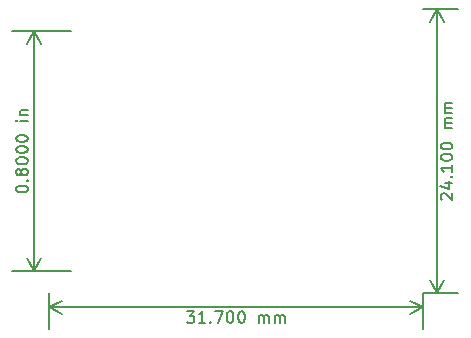
<source format=gbr>
G04 (created by PCBNEW (2013-04-03 BZR 4062)-testing) date Fri 05 Apr 2013 04:06:22 PM CEST*
%MOIN*%
G04 Gerber Fmt 3.4, Leading zero omitted, Abs format*
%FSLAX34Y34*%
G01*
G70*
G90*
G04 APERTURE LIST*
%ADD10C,2.3622e-06*%
%ADD11C,0.00787402*%
G04 APERTURE END LIST*
G54D10*
G54D11*
X59354Y-50336D02*
X59597Y-50336D01*
X59466Y-50486D01*
X59522Y-50486D01*
X59560Y-50505D01*
X59579Y-50523D01*
X59597Y-50561D01*
X59597Y-50655D01*
X59579Y-50692D01*
X59560Y-50711D01*
X59522Y-50730D01*
X59410Y-50730D01*
X59372Y-50711D01*
X59354Y-50692D01*
X59972Y-50730D02*
X59747Y-50730D01*
X59860Y-50730D02*
X59860Y-50336D01*
X59822Y-50392D01*
X59785Y-50430D01*
X59747Y-50449D01*
X60141Y-50692D02*
X60160Y-50711D01*
X60141Y-50730D01*
X60122Y-50711D01*
X60141Y-50692D01*
X60141Y-50730D01*
X60291Y-50336D02*
X60553Y-50336D01*
X60385Y-50730D01*
X60778Y-50336D02*
X60816Y-50336D01*
X60853Y-50355D01*
X60872Y-50374D01*
X60891Y-50411D01*
X60910Y-50486D01*
X60910Y-50580D01*
X60891Y-50655D01*
X60872Y-50692D01*
X60853Y-50711D01*
X60816Y-50730D01*
X60778Y-50730D01*
X60741Y-50711D01*
X60722Y-50692D01*
X60703Y-50655D01*
X60685Y-50580D01*
X60685Y-50486D01*
X60703Y-50411D01*
X60722Y-50374D01*
X60741Y-50355D01*
X60778Y-50336D01*
X61153Y-50336D02*
X61191Y-50336D01*
X61228Y-50355D01*
X61247Y-50374D01*
X61266Y-50411D01*
X61285Y-50486D01*
X61285Y-50580D01*
X61266Y-50655D01*
X61247Y-50692D01*
X61228Y-50711D01*
X61191Y-50730D01*
X61153Y-50730D01*
X61116Y-50711D01*
X61097Y-50692D01*
X61078Y-50655D01*
X61060Y-50580D01*
X61060Y-50486D01*
X61078Y-50411D01*
X61097Y-50374D01*
X61116Y-50355D01*
X61153Y-50336D01*
X61753Y-50730D02*
X61753Y-50467D01*
X61753Y-50505D02*
X61772Y-50486D01*
X61810Y-50467D01*
X61866Y-50467D01*
X61903Y-50486D01*
X61922Y-50523D01*
X61922Y-50730D01*
X61922Y-50523D02*
X61941Y-50486D01*
X61978Y-50467D01*
X62035Y-50467D01*
X62072Y-50486D01*
X62091Y-50523D01*
X62091Y-50730D01*
X62278Y-50730D02*
X62278Y-50467D01*
X62278Y-50505D02*
X62297Y-50486D01*
X62335Y-50467D01*
X62391Y-50467D01*
X62428Y-50486D01*
X62447Y-50523D01*
X62447Y-50730D01*
X62447Y-50523D02*
X62466Y-50486D01*
X62503Y-50467D01*
X62559Y-50467D01*
X62597Y-50486D01*
X62616Y-50523D01*
X62616Y-50730D01*
X54763Y-50216D02*
X67244Y-50216D01*
X54763Y-49744D02*
X54763Y-50925D01*
X67244Y-49744D02*
X67244Y-50925D01*
X67244Y-50216D02*
X66800Y-50447D01*
X67244Y-50216D02*
X66800Y-49985D01*
X54763Y-50216D02*
X55207Y-50447D01*
X54763Y-50216D02*
X55207Y-49985D01*
X67854Y-46631D02*
X67835Y-46612D01*
X67816Y-46574D01*
X67816Y-46481D01*
X67835Y-46443D01*
X67854Y-46424D01*
X67891Y-46406D01*
X67929Y-46406D01*
X67985Y-46424D01*
X68210Y-46649D01*
X68210Y-46406D01*
X67948Y-46068D02*
X68210Y-46068D01*
X67798Y-46162D02*
X68079Y-46256D01*
X68079Y-46012D01*
X68173Y-45862D02*
X68191Y-45843D01*
X68210Y-45862D01*
X68191Y-45881D01*
X68173Y-45862D01*
X68210Y-45862D01*
X68210Y-45468D02*
X68210Y-45693D01*
X68210Y-45581D02*
X67816Y-45581D01*
X67873Y-45618D01*
X67910Y-45656D01*
X67929Y-45693D01*
X67816Y-45224D02*
X67816Y-45187D01*
X67835Y-45149D01*
X67854Y-45131D01*
X67891Y-45112D01*
X67966Y-45093D01*
X68060Y-45093D01*
X68135Y-45112D01*
X68173Y-45131D01*
X68191Y-45149D01*
X68210Y-45187D01*
X68210Y-45224D01*
X68191Y-45262D01*
X68173Y-45281D01*
X68135Y-45299D01*
X68060Y-45318D01*
X67966Y-45318D01*
X67891Y-45299D01*
X67854Y-45281D01*
X67835Y-45262D01*
X67816Y-45224D01*
X67816Y-44850D02*
X67816Y-44812D01*
X67835Y-44775D01*
X67854Y-44756D01*
X67891Y-44737D01*
X67966Y-44718D01*
X68060Y-44718D01*
X68135Y-44737D01*
X68173Y-44756D01*
X68191Y-44775D01*
X68210Y-44812D01*
X68210Y-44850D01*
X68191Y-44887D01*
X68173Y-44906D01*
X68135Y-44925D01*
X68060Y-44943D01*
X67966Y-44943D01*
X67891Y-44925D01*
X67854Y-44906D01*
X67835Y-44887D01*
X67816Y-44850D01*
X68210Y-44250D02*
X67948Y-44250D01*
X67985Y-44250D02*
X67966Y-44231D01*
X67948Y-44193D01*
X67948Y-44137D01*
X67966Y-44100D01*
X68004Y-44081D01*
X68210Y-44081D01*
X68004Y-44081D02*
X67966Y-44062D01*
X67948Y-44025D01*
X67948Y-43968D01*
X67966Y-43931D01*
X68004Y-43912D01*
X68210Y-43912D01*
X68210Y-43725D02*
X67948Y-43725D01*
X67985Y-43725D02*
X67966Y-43706D01*
X67948Y-43668D01*
X67948Y-43612D01*
X67966Y-43575D01*
X68004Y-43556D01*
X68210Y-43556D01*
X68004Y-43556D02*
X67966Y-43537D01*
X67948Y-43500D01*
X67948Y-43443D01*
X67966Y-43406D01*
X68004Y-43387D01*
X68210Y-43387D01*
X67696Y-49744D02*
X67696Y-40255D01*
X67244Y-49744D02*
X68405Y-49744D01*
X67244Y-40255D02*
X68405Y-40255D01*
X67696Y-40255D02*
X67927Y-40699D01*
X67696Y-40255D02*
X67465Y-40699D01*
X67696Y-49744D02*
X67927Y-49300D01*
X67696Y-49744D02*
X67465Y-49300D01*
X53661Y-46284D02*
X53661Y-46246D01*
X53680Y-46209D01*
X53698Y-46190D01*
X53736Y-46171D01*
X53811Y-46152D01*
X53905Y-46152D01*
X53980Y-46171D01*
X54017Y-46190D01*
X54036Y-46209D01*
X54055Y-46246D01*
X54055Y-46284D01*
X54036Y-46321D01*
X54017Y-46340D01*
X53980Y-46359D01*
X53905Y-46377D01*
X53811Y-46377D01*
X53736Y-46359D01*
X53698Y-46340D01*
X53680Y-46321D01*
X53661Y-46284D01*
X54017Y-45984D02*
X54036Y-45965D01*
X54055Y-45984D01*
X54036Y-46002D01*
X54017Y-45984D01*
X54055Y-45984D01*
X53830Y-45740D02*
X53811Y-45778D01*
X53792Y-45796D01*
X53755Y-45815D01*
X53736Y-45815D01*
X53698Y-45796D01*
X53680Y-45778D01*
X53661Y-45740D01*
X53661Y-45665D01*
X53680Y-45628D01*
X53698Y-45609D01*
X53736Y-45590D01*
X53755Y-45590D01*
X53792Y-45609D01*
X53811Y-45628D01*
X53830Y-45665D01*
X53830Y-45740D01*
X53848Y-45778D01*
X53867Y-45796D01*
X53905Y-45815D01*
X53980Y-45815D01*
X54017Y-45796D01*
X54036Y-45778D01*
X54055Y-45740D01*
X54055Y-45665D01*
X54036Y-45628D01*
X54017Y-45609D01*
X53980Y-45590D01*
X53905Y-45590D01*
X53867Y-45609D01*
X53848Y-45628D01*
X53830Y-45665D01*
X53661Y-45346D02*
X53661Y-45309D01*
X53680Y-45271D01*
X53698Y-45253D01*
X53736Y-45234D01*
X53811Y-45215D01*
X53905Y-45215D01*
X53980Y-45234D01*
X54017Y-45253D01*
X54036Y-45271D01*
X54055Y-45309D01*
X54055Y-45346D01*
X54036Y-45384D01*
X54017Y-45403D01*
X53980Y-45421D01*
X53905Y-45440D01*
X53811Y-45440D01*
X53736Y-45421D01*
X53698Y-45403D01*
X53680Y-45384D01*
X53661Y-45346D01*
X53661Y-44971D02*
X53661Y-44934D01*
X53680Y-44896D01*
X53698Y-44878D01*
X53736Y-44859D01*
X53811Y-44840D01*
X53905Y-44840D01*
X53980Y-44859D01*
X54017Y-44878D01*
X54036Y-44896D01*
X54055Y-44934D01*
X54055Y-44971D01*
X54036Y-45009D01*
X54017Y-45028D01*
X53980Y-45046D01*
X53905Y-45065D01*
X53811Y-45065D01*
X53736Y-45046D01*
X53698Y-45028D01*
X53680Y-45009D01*
X53661Y-44971D01*
X53661Y-44596D02*
X53661Y-44559D01*
X53680Y-44521D01*
X53698Y-44503D01*
X53736Y-44484D01*
X53811Y-44465D01*
X53905Y-44465D01*
X53980Y-44484D01*
X54017Y-44503D01*
X54036Y-44521D01*
X54055Y-44559D01*
X54055Y-44596D01*
X54036Y-44634D01*
X54017Y-44653D01*
X53980Y-44671D01*
X53905Y-44690D01*
X53811Y-44690D01*
X53736Y-44671D01*
X53698Y-44653D01*
X53680Y-44634D01*
X53661Y-44596D01*
X54055Y-43997D02*
X53792Y-43997D01*
X53661Y-43997D02*
X53680Y-44015D01*
X53698Y-43997D01*
X53680Y-43978D01*
X53661Y-43997D01*
X53698Y-43997D01*
X53792Y-43809D02*
X54055Y-43809D01*
X53830Y-43809D02*
X53811Y-43790D01*
X53792Y-43753D01*
X53792Y-43697D01*
X53811Y-43659D01*
X53848Y-43640D01*
X54055Y-43640D01*
X54250Y-49000D02*
X54250Y-41000D01*
X55500Y-49000D02*
X53541Y-49000D01*
X55500Y-41000D02*
X53541Y-41000D01*
X54250Y-41000D02*
X54480Y-41443D01*
X54250Y-41000D02*
X54019Y-41443D01*
X54250Y-49000D02*
X54480Y-48556D01*
X54250Y-49000D02*
X54019Y-48556D01*
M02*

</source>
